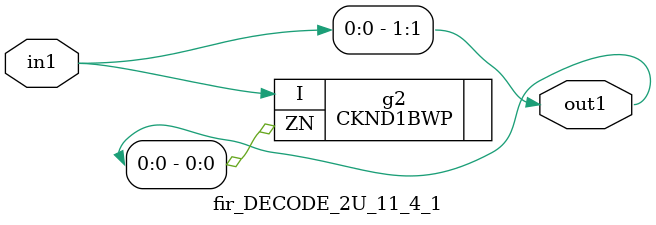
<source format=v>
`timescale 1ps / 1ps


module fir_DECODE_2U_11_4_1(in1, out1);
  input in1;
  output [1:0] out1;
  wire in1;
  wire [1:0] out1;
  assign out1[1] = in1;
  CKND1BWP g2(.I (in1), .ZN (out1[0]));
endmodule



</source>
